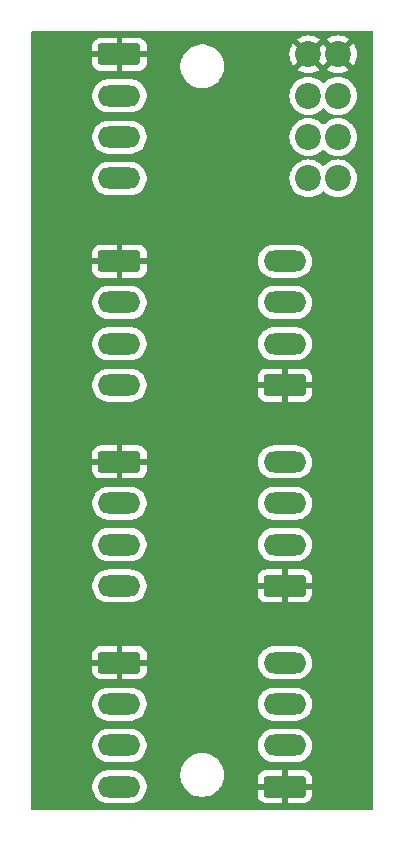
<source format=gbr>
%TF.GenerationSoftware,KiCad,Pcbnew,8.0.2*%
%TF.CreationDate,2024-09-06T00:12:24+02:00*%
%TF.ProjectId,splitX_pluggable_4p,73706c69-7458-45f7-906c-75676761626c,rev?*%
%TF.SameCoordinates,Original*%
%TF.FileFunction,Copper,L1,Top*%
%TF.FilePolarity,Positive*%
%FSLAX46Y46*%
G04 Gerber Fmt 4.6, Leading zero omitted, Abs format (unit mm)*
G04 Created by KiCad (PCBNEW 8.0.2) date 2024-09-06 00:12:24*
%MOMM*%
%LPD*%
G01*
G04 APERTURE LIST*
G04 Aperture macros list*
%AMRoundRect*
0 Rectangle with rounded corners*
0 $1 Rounding radius*
0 $2 $3 $4 $5 $6 $7 $8 $9 X,Y pos of 4 corners*
0 Add a 4 corners polygon primitive as box body*
4,1,4,$2,$3,$4,$5,$6,$7,$8,$9,$2,$3,0*
0 Add four circle primitives for the rounded corners*
1,1,$1+$1,$2,$3*
1,1,$1+$1,$4,$5*
1,1,$1+$1,$6,$7*
1,1,$1+$1,$8,$9*
0 Add four rect primitives between the rounded corners*
20,1,$1+$1,$2,$3,$4,$5,0*
20,1,$1+$1,$4,$5,$6,$7,0*
20,1,$1+$1,$6,$7,$8,$9,0*
20,1,$1+$1,$8,$9,$2,$3,0*%
G04 Aperture macros list end*
%TA.AperFunction,ComponentPad*%
%ADD10RoundRect,0.250000X-1.550000X0.650000X-1.550000X-0.650000X1.550000X-0.650000X1.550000X0.650000X0*%
%TD*%
%TA.AperFunction,ComponentPad*%
%ADD11O,3.600000X1.800000*%
%TD*%
%TA.AperFunction,ComponentPad*%
%ADD12RoundRect,0.250000X1.550000X-0.650000X1.550000X0.650000X-1.550000X0.650000X-1.550000X-0.650000X0*%
%TD*%
%TA.AperFunction,ComponentPad*%
%ADD13C,2.200000*%
%TD*%
G04 APERTURE END LIST*
D10*
%TO.P,J108,1,Pin_1*%
%TO.N,/A*%
X91000000Y-99000000D03*
D11*
%TO.P,J108,2,Pin_2*%
%TO.N,/B*%
X91000000Y-102500000D03*
%TO.P,J108,3,Pin_3*%
%TO.N,/C*%
X91000000Y-106000000D03*
%TO.P,J108,4,Pin_4*%
%TO.N,/D*%
X91000000Y-109500000D03*
%TD*%
D12*
%TO.P,J107,1,Pin_1*%
%TO.N,/A*%
X105000000Y-109500000D03*
D11*
%TO.P,J107,2,Pin_2*%
%TO.N,/B*%
X105000000Y-106000000D03*
%TO.P,J107,3,Pin_3*%
%TO.N,/C*%
X105000000Y-102500000D03*
%TO.P,J107,4,Pin_4*%
%TO.N,/D*%
X105000000Y-99000000D03*
%TD*%
D10*
%TO.P,J106,1,Pin_1*%
%TO.N,/A*%
X91000000Y-82000000D03*
D11*
%TO.P,J106,2,Pin_2*%
%TO.N,/B*%
X91000000Y-85500000D03*
%TO.P,J106,3,Pin_3*%
%TO.N,/C*%
X91000000Y-89000000D03*
%TO.P,J106,4,Pin_4*%
%TO.N,/D*%
X91000000Y-92500000D03*
%TD*%
D10*
%TO.P,J105,1,Pin_1*%
%TO.N,/A*%
X91000000Y-47500000D03*
D11*
%TO.P,J105,2,Pin_2*%
%TO.N,/B*%
X91000000Y-51000000D03*
%TO.P,J105,3,Pin_3*%
%TO.N,/C*%
X91000000Y-54500000D03*
%TO.P,J105,4,Pin_4*%
%TO.N,/D*%
X91000000Y-58000000D03*
%TD*%
D13*
%TO.P,J104,1,Pin_1*%
%TO.N,/D*%
X107000000Y-58000000D03*
X109500000Y-58000000D03*
%TO.P,J104,2,Pin_2*%
%TO.N,/C*%
X107000000Y-54500000D03*
X109500000Y-54500000D03*
%TO.P,J104,3,Pin_3*%
%TO.N,/B*%
X107000000Y-51000000D03*
X109500000Y-51000000D03*
%TO.P,J104,4,Pin_4*%
%TO.N,/A*%
X107000000Y-47500000D03*
X109500000Y-47500000D03*
%TD*%
D12*
%TO.P,J103,1,Pin_1*%
%TO.N,/A*%
X105000000Y-92500000D03*
D11*
%TO.P,J103,2,Pin_2*%
%TO.N,/B*%
X105000000Y-89000000D03*
%TO.P,J103,3,Pin_3*%
%TO.N,/C*%
X105000000Y-85500000D03*
%TO.P,J103,4,Pin_4*%
%TO.N,/D*%
X105000000Y-82000000D03*
%TD*%
D12*
%TO.P,J102,1,Pin_1*%
%TO.N,/A*%
X105000000Y-75500000D03*
D11*
%TO.P,J102,2,Pin_2*%
%TO.N,/B*%
X105000000Y-72000000D03*
%TO.P,J102,3,Pin_3*%
%TO.N,/C*%
X105000000Y-68500000D03*
%TO.P,J102,4,Pin_4*%
%TO.N,/D*%
X105000000Y-65000000D03*
%TD*%
D10*
%TO.P,J101,1,Pin_1*%
%TO.N,/A*%
X91000000Y-65000000D03*
D11*
%TO.P,J101,2,Pin_2*%
%TO.N,/B*%
X91000000Y-68500000D03*
%TO.P,J101,3,Pin_3*%
%TO.N,/C*%
X91000000Y-72000000D03*
%TO.P,J101,4,Pin_4*%
%TO.N,/D*%
X91000000Y-75500000D03*
%TD*%
%TA.AperFunction,Conductor*%
%TO.N,/A*%
G36*
X112442539Y-45520185D02*
G01*
X112488294Y-45572989D01*
X112499500Y-45624500D01*
X112499500Y-111375500D01*
X112479815Y-111442539D01*
X112427011Y-111488294D01*
X112375500Y-111499500D01*
X83624500Y-111499500D01*
X83557461Y-111479815D01*
X83511706Y-111427011D01*
X83500500Y-111375500D01*
X83500500Y-109389778D01*
X88699500Y-109389778D01*
X88699500Y-109610221D01*
X88733985Y-109827952D01*
X88802103Y-110037603D01*
X88802104Y-110037606D01*
X88902187Y-110234025D01*
X89031752Y-110412358D01*
X89031756Y-110412363D01*
X89187636Y-110568243D01*
X89187641Y-110568247D01*
X89256596Y-110618345D01*
X89365978Y-110697815D01*
X89494375Y-110763237D01*
X89562393Y-110797895D01*
X89562396Y-110797896D01*
X89667221Y-110831955D01*
X89772049Y-110866015D01*
X89989778Y-110900500D01*
X89989779Y-110900500D01*
X92010221Y-110900500D01*
X92010222Y-110900500D01*
X92227951Y-110866015D01*
X92437606Y-110797895D01*
X92634022Y-110697815D01*
X92812365Y-110568242D01*
X92968242Y-110412365D01*
X93097815Y-110234022D01*
X93197895Y-110037606D01*
X93266015Y-109827951D01*
X93300500Y-109610222D01*
X93300500Y-109389778D01*
X93266015Y-109172049D01*
X93231955Y-109067221D01*
X93197896Y-108962396D01*
X93197895Y-108962393D01*
X93163237Y-108894375D01*
X93097815Y-108765978D01*
X93081260Y-108743192D01*
X92968247Y-108587641D01*
X92968243Y-108587636D01*
X92812363Y-108431756D01*
X92812358Y-108431752D01*
X92739352Y-108378711D01*
X96149500Y-108378711D01*
X96149500Y-108621288D01*
X96181161Y-108861785D01*
X96243947Y-109096104D01*
X96336773Y-109320205D01*
X96336776Y-109320212D01*
X96458064Y-109530289D01*
X96458066Y-109530292D01*
X96458067Y-109530293D01*
X96605733Y-109722736D01*
X96605739Y-109722743D01*
X96777256Y-109894260D01*
X96777262Y-109894265D01*
X96969711Y-110041936D01*
X97179788Y-110163224D01*
X97403900Y-110256054D01*
X97638211Y-110318838D01*
X97818586Y-110342584D01*
X97878711Y-110350500D01*
X97878712Y-110350500D01*
X98121289Y-110350500D01*
X98169388Y-110344167D01*
X98361789Y-110318838D01*
X98596100Y-110256054D01*
X98820212Y-110163224D01*
X99030289Y-110041936D01*
X99222738Y-109894265D01*
X99394265Y-109722738D01*
X99541936Y-109530289D01*
X99663224Y-109320212D01*
X99756054Y-109096100D01*
X99818838Y-108861789D01*
X99826971Y-108800013D01*
X102700000Y-108800013D01*
X102700000Y-109250000D01*
X104451518Y-109250000D01*
X104440889Y-109268409D01*
X104400000Y-109421009D01*
X104400000Y-109578991D01*
X104440889Y-109731591D01*
X104451518Y-109750000D01*
X102700001Y-109750000D01*
X102700001Y-110199986D01*
X102710494Y-110302697D01*
X102765641Y-110469119D01*
X102765643Y-110469124D01*
X102857684Y-110618345D01*
X102981654Y-110742315D01*
X103130875Y-110834356D01*
X103130880Y-110834358D01*
X103297302Y-110889505D01*
X103297309Y-110889506D01*
X103400019Y-110899999D01*
X104749999Y-110899999D01*
X104750000Y-110899998D01*
X104750000Y-110048482D01*
X104768409Y-110059111D01*
X104921009Y-110100000D01*
X105078991Y-110100000D01*
X105231591Y-110059111D01*
X105250000Y-110048482D01*
X105250000Y-110899999D01*
X106599972Y-110899999D01*
X106599986Y-110899998D01*
X106702697Y-110889505D01*
X106869119Y-110834358D01*
X106869124Y-110834356D01*
X107018345Y-110742315D01*
X107142315Y-110618345D01*
X107234356Y-110469124D01*
X107234358Y-110469119D01*
X107289505Y-110302697D01*
X107289506Y-110302690D01*
X107299999Y-110199986D01*
X107300000Y-110199973D01*
X107300000Y-109750000D01*
X105548482Y-109750000D01*
X105559111Y-109731591D01*
X105600000Y-109578991D01*
X105600000Y-109421009D01*
X105559111Y-109268409D01*
X105548482Y-109250000D01*
X107299999Y-109250000D01*
X107299999Y-108800028D01*
X107299998Y-108800013D01*
X107289505Y-108697302D01*
X107234358Y-108530880D01*
X107234356Y-108530875D01*
X107142315Y-108381654D01*
X107018345Y-108257684D01*
X106869124Y-108165643D01*
X106869119Y-108165641D01*
X106702697Y-108110494D01*
X106702690Y-108110493D01*
X106599986Y-108100000D01*
X105250000Y-108100000D01*
X105250000Y-108951517D01*
X105231591Y-108940889D01*
X105078991Y-108900000D01*
X104921009Y-108900000D01*
X104768409Y-108940889D01*
X104750000Y-108951517D01*
X104750000Y-108100000D01*
X103400028Y-108100000D01*
X103400012Y-108100001D01*
X103297302Y-108110494D01*
X103130880Y-108165641D01*
X103130875Y-108165643D01*
X102981654Y-108257684D01*
X102857684Y-108381654D01*
X102765643Y-108530875D01*
X102765641Y-108530880D01*
X102710494Y-108697302D01*
X102710493Y-108697309D01*
X102700000Y-108800013D01*
X99826971Y-108800013D01*
X99850500Y-108621288D01*
X99850500Y-108378712D01*
X99818838Y-108138211D01*
X99756054Y-107903900D01*
X99663224Y-107679788D01*
X99541936Y-107469711D01*
X99394265Y-107277262D01*
X99394260Y-107277256D01*
X99222743Y-107105739D01*
X99222736Y-107105733D01*
X99030293Y-106958067D01*
X99030292Y-106958066D01*
X99030289Y-106958064D01*
X98820212Y-106836776D01*
X98820205Y-106836773D01*
X98596104Y-106743947D01*
X98361785Y-106681161D01*
X98121289Y-106649500D01*
X98121288Y-106649500D01*
X97878712Y-106649500D01*
X97878711Y-106649500D01*
X97638214Y-106681161D01*
X97403895Y-106743947D01*
X97179794Y-106836773D01*
X97179785Y-106836777D01*
X96969706Y-106958067D01*
X96777263Y-107105733D01*
X96777256Y-107105739D01*
X96605739Y-107277256D01*
X96605733Y-107277263D01*
X96458067Y-107469706D01*
X96336777Y-107679785D01*
X96336773Y-107679794D01*
X96243947Y-107903895D01*
X96181161Y-108138214D01*
X96149500Y-108378711D01*
X92739352Y-108378711D01*
X92634025Y-108302187D01*
X92634024Y-108302186D01*
X92634022Y-108302185D01*
X92546685Y-108257684D01*
X92437606Y-108202104D01*
X92437603Y-108202103D01*
X92227952Y-108133985D01*
X92079635Y-108110494D01*
X92010222Y-108099500D01*
X89989778Y-108099500D01*
X89920371Y-108110493D01*
X89772047Y-108133985D01*
X89562396Y-108202103D01*
X89562393Y-108202104D01*
X89365974Y-108302187D01*
X89187641Y-108431752D01*
X89187636Y-108431756D01*
X89031756Y-108587636D01*
X89031752Y-108587641D01*
X88902187Y-108765974D01*
X88802104Y-108962393D01*
X88802103Y-108962396D01*
X88733985Y-109172047D01*
X88699500Y-109389778D01*
X83500500Y-109389778D01*
X83500500Y-105889778D01*
X88699500Y-105889778D01*
X88699500Y-106110221D01*
X88733985Y-106327952D01*
X88802103Y-106537603D01*
X88802104Y-106537606D01*
X88902187Y-106734025D01*
X89031752Y-106912358D01*
X89031756Y-106912363D01*
X89187636Y-107068243D01*
X89187641Y-107068247D01*
X89343192Y-107181260D01*
X89365978Y-107197815D01*
X89494375Y-107263237D01*
X89562393Y-107297895D01*
X89562396Y-107297896D01*
X89667221Y-107331955D01*
X89772049Y-107366015D01*
X89989778Y-107400500D01*
X89989779Y-107400500D01*
X92010221Y-107400500D01*
X92010222Y-107400500D01*
X92227951Y-107366015D01*
X92437606Y-107297895D01*
X92634022Y-107197815D01*
X92812365Y-107068242D01*
X92968242Y-106912365D01*
X93097815Y-106734022D01*
X93197895Y-106537606D01*
X93266015Y-106327951D01*
X93300500Y-106110222D01*
X93300500Y-105889778D01*
X102699500Y-105889778D01*
X102699500Y-106110221D01*
X102733985Y-106327952D01*
X102802103Y-106537603D01*
X102802104Y-106537606D01*
X102902187Y-106734025D01*
X103031752Y-106912358D01*
X103031756Y-106912363D01*
X103187636Y-107068243D01*
X103187641Y-107068247D01*
X103343192Y-107181260D01*
X103365978Y-107197815D01*
X103494375Y-107263237D01*
X103562393Y-107297895D01*
X103562396Y-107297896D01*
X103667221Y-107331955D01*
X103772049Y-107366015D01*
X103989778Y-107400500D01*
X103989779Y-107400500D01*
X106010221Y-107400500D01*
X106010222Y-107400500D01*
X106227951Y-107366015D01*
X106437606Y-107297895D01*
X106634022Y-107197815D01*
X106812365Y-107068242D01*
X106968242Y-106912365D01*
X107097815Y-106734022D01*
X107197895Y-106537606D01*
X107266015Y-106327951D01*
X107300500Y-106110222D01*
X107300500Y-105889778D01*
X107266015Y-105672049D01*
X107197895Y-105462394D01*
X107197895Y-105462393D01*
X107163237Y-105394375D01*
X107097815Y-105265978D01*
X107081260Y-105243192D01*
X106968247Y-105087641D01*
X106968243Y-105087636D01*
X106812363Y-104931756D01*
X106812358Y-104931752D01*
X106634025Y-104802187D01*
X106634024Y-104802186D01*
X106634022Y-104802185D01*
X106571096Y-104770122D01*
X106437606Y-104702104D01*
X106437603Y-104702103D01*
X106227952Y-104633985D01*
X106119086Y-104616742D01*
X106010222Y-104599500D01*
X103989778Y-104599500D01*
X103917201Y-104610995D01*
X103772047Y-104633985D01*
X103562396Y-104702103D01*
X103562393Y-104702104D01*
X103365974Y-104802187D01*
X103187641Y-104931752D01*
X103187636Y-104931756D01*
X103031756Y-105087636D01*
X103031752Y-105087641D01*
X102902187Y-105265974D01*
X102802104Y-105462393D01*
X102802103Y-105462396D01*
X102733985Y-105672047D01*
X102699500Y-105889778D01*
X93300500Y-105889778D01*
X93266015Y-105672049D01*
X93197895Y-105462394D01*
X93197895Y-105462393D01*
X93163237Y-105394375D01*
X93097815Y-105265978D01*
X93081260Y-105243192D01*
X92968247Y-105087641D01*
X92968243Y-105087636D01*
X92812363Y-104931756D01*
X92812358Y-104931752D01*
X92634025Y-104802187D01*
X92634024Y-104802186D01*
X92634022Y-104802185D01*
X92571096Y-104770122D01*
X92437606Y-104702104D01*
X92437603Y-104702103D01*
X92227952Y-104633985D01*
X92119086Y-104616742D01*
X92010222Y-104599500D01*
X89989778Y-104599500D01*
X89917201Y-104610995D01*
X89772047Y-104633985D01*
X89562396Y-104702103D01*
X89562393Y-104702104D01*
X89365974Y-104802187D01*
X89187641Y-104931752D01*
X89187636Y-104931756D01*
X89031756Y-105087636D01*
X89031752Y-105087641D01*
X88902187Y-105265974D01*
X88802104Y-105462393D01*
X88802103Y-105462396D01*
X88733985Y-105672047D01*
X88699500Y-105889778D01*
X83500500Y-105889778D01*
X83500500Y-102389778D01*
X88699500Y-102389778D01*
X88699500Y-102610221D01*
X88733985Y-102827952D01*
X88802103Y-103037603D01*
X88802104Y-103037606D01*
X88902187Y-103234025D01*
X89031752Y-103412358D01*
X89031756Y-103412363D01*
X89187636Y-103568243D01*
X89187641Y-103568247D01*
X89343192Y-103681260D01*
X89365978Y-103697815D01*
X89494375Y-103763237D01*
X89562393Y-103797895D01*
X89562396Y-103797896D01*
X89667221Y-103831955D01*
X89772049Y-103866015D01*
X89989778Y-103900500D01*
X89989779Y-103900500D01*
X92010221Y-103900500D01*
X92010222Y-103900500D01*
X92227951Y-103866015D01*
X92437606Y-103797895D01*
X92634022Y-103697815D01*
X92812365Y-103568242D01*
X92968242Y-103412365D01*
X93097815Y-103234022D01*
X93197895Y-103037606D01*
X93266015Y-102827951D01*
X93300500Y-102610222D01*
X93300500Y-102389778D01*
X102699500Y-102389778D01*
X102699500Y-102610221D01*
X102733985Y-102827952D01*
X102802103Y-103037603D01*
X102802104Y-103037606D01*
X102902187Y-103234025D01*
X103031752Y-103412358D01*
X103031756Y-103412363D01*
X103187636Y-103568243D01*
X103187641Y-103568247D01*
X103343192Y-103681260D01*
X103365978Y-103697815D01*
X103494375Y-103763237D01*
X103562393Y-103797895D01*
X103562396Y-103797896D01*
X103667221Y-103831955D01*
X103772049Y-103866015D01*
X103989778Y-103900500D01*
X103989779Y-103900500D01*
X106010221Y-103900500D01*
X106010222Y-103900500D01*
X106227951Y-103866015D01*
X106437606Y-103797895D01*
X106634022Y-103697815D01*
X106812365Y-103568242D01*
X106968242Y-103412365D01*
X107097815Y-103234022D01*
X107197895Y-103037606D01*
X107266015Y-102827951D01*
X107300500Y-102610222D01*
X107300500Y-102389778D01*
X107266015Y-102172049D01*
X107197895Y-101962394D01*
X107197895Y-101962393D01*
X107163237Y-101894375D01*
X107097815Y-101765978D01*
X107081260Y-101743192D01*
X106968247Y-101587641D01*
X106968243Y-101587636D01*
X106812363Y-101431756D01*
X106812358Y-101431752D01*
X106634025Y-101302187D01*
X106634024Y-101302186D01*
X106634022Y-101302185D01*
X106571096Y-101270122D01*
X106437606Y-101202104D01*
X106437603Y-101202103D01*
X106227952Y-101133985D01*
X106119086Y-101116742D01*
X106010222Y-101099500D01*
X103989778Y-101099500D01*
X103917201Y-101110995D01*
X103772047Y-101133985D01*
X103562396Y-101202103D01*
X103562393Y-101202104D01*
X103365974Y-101302187D01*
X103187641Y-101431752D01*
X103187636Y-101431756D01*
X103031756Y-101587636D01*
X103031752Y-101587641D01*
X102902187Y-101765974D01*
X102802104Y-101962393D01*
X102802103Y-101962396D01*
X102733985Y-102172047D01*
X102699500Y-102389778D01*
X93300500Y-102389778D01*
X93266015Y-102172049D01*
X93197895Y-101962394D01*
X93197895Y-101962393D01*
X93163237Y-101894375D01*
X93097815Y-101765978D01*
X93081260Y-101743192D01*
X92968247Y-101587641D01*
X92968243Y-101587636D01*
X92812363Y-101431756D01*
X92812358Y-101431752D01*
X92634025Y-101302187D01*
X92634024Y-101302186D01*
X92634022Y-101302185D01*
X92571096Y-101270122D01*
X92437606Y-101202104D01*
X92437603Y-101202103D01*
X92227952Y-101133985D01*
X92119086Y-101116742D01*
X92010222Y-101099500D01*
X89989778Y-101099500D01*
X89917201Y-101110995D01*
X89772047Y-101133985D01*
X89562396Y-101202103D01*
X89562393Y-101202104D01*
X89365974Y-101302187D01*
X89187641Y-101431752D01*
X89187636Y-101431756D01*
X89031756Y-101587636D01*
X89031752Y-101587641D01*
X88902187Y-101765974D01*
X88802104Y-101962393D01*
X88802103Y-101962396D01*
X88733985Y-102172047D01*
X88699500Y-102389778D01*
X83500500Y-102389778D01*
X83500500Y-98300013D01*
X88700000Y-98300013D01*
X88700000Y-98750000D01*
X90451518Y-98750000D01*
X90440889Y-98768409D01*
X90400000Y-98921009D01*
X90400000Y-99078991D01*
X90440889Y-99231591D01*
X90451518Y-99250000D01*
X88700001Y-99250000D01*
X88700001Y-99699986D01*
X88710494Y-99802697D01*
X88765641Y-99969119D01*
X88765643Y-99969124D01*
X88857684Y-100118345D01*
X88981654Y-100242315D01*
X89130875Y-100334356D01*
X89130880Y-100334358D01*
X89297302Y-100389505D01*
X89297309Y-100389506D01*
X89400019Y-100399999D01*
X90749999Y-100399999D01*
X90750000Y-100399998D01*
X90750000Y-99548482D01*
X90768409Y-99559111D01*
X90921009Y-99600000D01*
X91078991Y-99600000D01*
X91231591Y-99559111D01*
X91250000Y-99548482D01*
X91250000Y-100399999D01*
X92599972Y-100399999D01*
X92599986Y-100399998D01*
X92702697Y-100389505D01*
X92869119Y-100334358D01*
X92869124Y-100334356D01*
X93018345Y-100242315D01*
X93142315Y-100118345D01*
X93234356Y-99969124D01*
X93234358Y-99969119D01*
X93289505Y-99802697D01*
X93289506Y-99802690D01*
X93299999Y-99699986D01*
X93300000Y-99699973D01*
X93300000Y-99250000D01*
X91548482Y-99250000D01*
X91559111Y-99231591D01*
X91600000Y-99078991D01*
X91600000Y-98921009D01*
X91591632Y-98889778D01*
X102699500Y-98889778D01*
X102699500Y-99110221D01*
X102733985Y-99327952D01*
X102802103Y-99537603D01*
X102802104Y-99537606D01*
X102902187Y-99734025D01*
X103031752Y-99912358D01*
X103031756Y-99912363D01*
X103187636Y-100068243D01*
X103187641Y-100068247D01*
X103256596Y-100118345D01*
X103365978Y-100197815D01*
X103494375Y-100263237D01*
X103562393Y-100297895D01*
X103562396Y-100297896D01*
X103667221Y-100331955D01*
X103772049Y-100366015D01*
X103989778Y-100400500D01*
X103989779Y-100400500D01*
X106010221Y-100400500D01*
X106010222Y-100400500D01*
X106227951Y-100366015D01*
X106437606Y-100297895D01*
X106634022Y-100197815D01*
X106812365Y-100068242D01*
X106968242Y-99912365D01*
X107097815Y-99734022D01*
X107197895Y-99537606D01*
X107266015Y-99327951D01*
X107300500Y-99110222D01*
X107300500Y-98889778D01*
X107266015Y-98672049D01*
X107231955Y-98567221D01*
X107197896Y-98462396D01*
X107197895Y-98462393D01*
X107163237Y-98394375D01*
X107097815Y-98265978D01*
X107081260Y-98243192D01*
X106968247Y-98087641D01*
X106968243Y-98087636D01*
X106812363Y-97931756D01*
X106812358Y-97931752D01*
X106634025Y-97802187D01*
X106634024Y-97802186D01*
X106634022Y-97802185D01*
X106546685Y-97757684D01*
X106437606Y-97702104D01*
X106437603Y-97702103D01*
X106227952Y-97633985D01*
X106079635Y-97610494D01*
X106010222Y-97599500D01*
X103989778Y-97599500D01*
X103920371Y-97610493D01*
X103772047Y-97633985D01*
X103562396Y-97702103D01*
X103562393Y-97702104D01*
X103365974Y-97802187D01*
X103187641Y-97931752D01*
X103187636Y-97931756D01*
X103031756Y-98087636D01*
X103031752Y-98087641D01*
X102902187Y-98265974D01*
X102802104Y-98462393D01*
X102802103Y-98462396D01*
X102733985Y-98672047D01*
X102699500Y-98889778D01*
X91591632Y-98889778D01*
X91559111Y-98768409D01*
X91548482Y-98750000D01*
X93299999Y-98750000D01*
X93299999Y-98300028D01*
X93299998Y-98300013D01*
X93289505Y-98197302D01*
X93234358Y-98030880D01*
X93234356Y-98030875D01*
X93142315Y-97881654D01*
X93018345Y-97757684D01*
X92869124Y-97665643D01*
X92869119Y-97665641D01*
X92702697Y-97610494D01*
X92702690Y-97610493D01*
X92599986Y-97600000D01*
X91250000Y-97600000D01*
X91250000Y-98451517D01*
X91231591Y-98440889D01*
X91078991Y-98400000D01*
X90921009Y-98400000D01*
X90768409Y-98440889D01*
X90750000Y-98451517D01*
X90750000Y-97600000D01*
X89400028Y-97600000D01*
X89400012Y-97600001D01*
X89297302Y-97610494D01*
X89130880Y-97665641D01*
X89130875Y-97665643D01*
X88981654Y-97757684D01*
X88857684Y-97881654D01*
X88765643Y-98030875D01*
X88765641Y-98030880D01*
X88710494Y-98197302D01*
X88710493Y-98197309D01*
X88700000Y-98300013D01*
X83500500Y-98300013D01*
X83500500Y-92389778D01*
X88699500Y-92389778D01*
X88699500Y-92610221D01*
X88733985Y-92827952D01*
X88802103Y-93037603D01*
X88802104Y-93037606D01*
X88902187Y-93234025D01*
X89031752Y-93412358D01*
X89031756Y-93412363D01*
X89187636Y-93568243D01*
X89187641Y-93568247D01*
X89256596Y-93618345D01*
X89365978Y-93697815D01*
X89494375Y-93763237D01*
X89562393Y-93797895D01*
X89562396Y-93797896D01*
X89667221Y-93831955D01*
X89772049Y-93866015D01*
X89989778Y-93900500D01*
X89989779Y-93900500D01*
X92010221Y-93900500D01*
X92010222Y-93900500D01*
X92227951Y-93866015D01*
X92437606Y-93797895D01*
X92634022Y-93697815D01*
X92812365Y-93568242D01*
X92968242Y-93412365D01*
X93097815Y-93234022D01*
X93197895Y-93037606D01*
X93266015Y-92827951D01*
X93300500Y-92610222D01*
X93300500Y-92389778D01*
X93266015Y-92172049D01*
X93231955Y-92067221D01*
X93197896Y-91962396D01*
X93197895Y-91962393D01*
X93163237Y-91894375D01*
X93115157Y-91800013D01*
X102700000Y-91800013D01*
X102700000Y-92250000D01*
X104451518Y-92250000D01*
X104440889Y-92268409D01*
X104400000Y-92421009D01*
X104400000Y-92578991D01*
X104440889Y-92731591D01*
X104451518Y-92750000D01*
X102700001Y-92750000D01*
X102700001Y-93199986D01*
X102710494Y-93302697D01*
X102765641Y-93469119D01*
X102765643Y-93469124D01*
X102857684Y-93618345D01*
X102981654Y-93742315D01*
X103130875Y-93834356D01*
X103130880Y-93834358D01*
X103297302Y-93889505D01*
X103297309Y-93889506D01*
X103400019Y-93899999D01*
X104749999Y-93899999D01*
X104750000Y-93899998D01*
X104750000Y-93048482D01*
X104768409Y-93059111D01*
X104921009Y-93100000D01*
X105078991Y-93100000D01*
X105231591Y-93059111D01*
X105250000Y-93048482D01*
X105250000Y-93899999D01*
X106599972Y-93899999D01*
X106599986Y-93899998D01*
X106702697Y-93889505D01*
X106869119Y-93834358D01*
X106869124Y-93834356D01*
X107018345Y-93742315D01*
X107142315Y-93618345D01*
X107234356Y-93469124D01*
X107234358Y-93469119D01*
X107289505Y-93302697D01*
X107289506Y-93302690D01*
X107299999Y-93199986D01*
X107300000Y-93199973D01*
X107300000Y-92750000D01*
X105548482Y-92750000D01*
X105559111Y-92731591D01*
X105600000Y-92578991D01*
X105600000Y-92421009D01*
X105559111Y-92268409D01*
X105548482Y-92250000D01*
X107299999Y-92250000D01*
X107299999Y-91800028D01*
X107299998Y-91800013D01*
X107289505Y-91697302D01*
X107234358Y-91530880D01*
X107234356Y-91530875D01*
X107142315Y-91381654D01*
X107018345Y-91257684D01*
X106869124Y-91165643D01*
X106869119Y-91165641D01*
X106702697Y-91110494D01*
X106702690Y-91110493D01*
X106599986Y-91100000D01*
X105250000Y-91100000D01*
X105250000Y-91951517D01*
X105231591Y-91940889D01*
X105078991Y-91900000D01*
X104921009Y-91900000D01*
X104768409Y-91940889D01*
X104750000Y-91951517D01*
X104750000Y-91100000D01*
X103400028Y-91100000D01*
X103400012Y-91100001D01*
X103297302Y-91110494D01*
X103130880Y-91165641D01*
X103130875Y-91165643D01*
X102981654Y-91257684D01*
X102857684Y-91381654D01*
X102765643Y-91530875D01*
X102765641Y-91530880D01*
X102710494Y-91697302D01*
X102710493Y-91697309D01*
X102700000Y-91800013D01*
X93115157Y-91800013D01*
X93097815Y-91765978D01*
X93081260Y-91743192D01*
X92968247Y-91587641D01*
X92968243Y-91587636D01*
X92812363Y-91431756D01*
X92812358Y-91431752D01*
X92634025Y-91302187D01*
X92634024Y-91302186D01*
X92634022Y-91302185D01*
X92546685Y-91257684D01*
X92437606Y-91202104D01*
X92437603Y-91202103D01*
X92227952Y-91133985D01*
X92079635Y-91110494D01*
X92010222Y-91099500D01*
X89989778Y-91099500D01*
X89920371Y-91110493D01*
X89772047Y-91133985D01*
X89562396Y-91202103D01*
X89562393Y-91202104D01*
X89365974Y-91302187D01*
X89187641Y-91431752D01*
X89187636Y-91431756D01*
X89031756Y-91587636D01*
X89031752Y-91587641D01*
X88902187Y-91765974D01*
X88802104Y-91962393D01*
X88802103Y-91962396D01*
X88733985Y-92172047D01*
X88699500Y-92389778D01*
X83500500Y-92389778D01*
X83500500Y-88889778D01*
X88699500Y-88889778D01*
X88699500Y-89110221D01*
X88733985Y-89327952D01*
X88802103Y-89537603D01*
X88802104Y-89537606D01*
X88902187Y-89734025D01*
X89031752Y-89912358D01*
X89031756Y-89912363D01*
X89187636Y-90068243D01*
X89187641Y-90068247D01*
X89343192Y-90181260D01*
X89365978Y-90197815D01*
X89494375Y-90263237D01*
X89562393Y-90297895D01*
X89562396Y-90297896D01*
X89667221Y-90331955D01*
X89772049Y-90366015D01*
X89989778Y-90400500D01*
X89989779Y-90400500D01*
X92010221Y-90400500D01*
X92010222Y-90400500D01*
X92227951Y-90366015D01*
X92437606Y-90297895D01*
X92634022Y-90197815D01*
X92812365Y-90068242D01*
X92968242Y-89912365D01*
X93097815Y-89734022D01*
X93197895Y-89537606D01*
X93266015Y-89327951D01*
X93300500Y-89110222D01*
X93300500Y-88889778D01*
X102699500Y-88889778D01*
X102699500Y-89110221D01*
X102733985Y-89327952D01*
X102802103Y-89537603D01*
X102802104Y-89537606D01*
X102902187Y-89734025D01*
X103031752Y-89912358D01*
X103031756Y-89912363D01*
X103187636Y-90068243D01*
X103187641Y-90068247D01*
X103343192Y-90181260D01*
X103365978Y-90197815D01*
X103494375Y-90263237D01*
X103562393Y-90297895D01*
X103562396Y-90297896D01*
X103667221Y-90331955D01*
X103772049Y-90366015D01*
X103989778Y-90400500D01*
X103989779Y-90400500D01*
X106010221Y-90400500D01*
X106010222Y-90400500D01*
X106227951Y-90366015D01*
X106437606Y-90297895D01*
X106634022Y-90197815D01*
X106812365Y-90068242D01*
X106968242Y-89912365D01*
X107097815Y-89734022D01*
X107197895Y-89537606D01*
X107266015Y-89327951D01*
X107300500Y-89110222D01*
X107300500Y-88889778D01*
X107266015Y-88672049D01*
X107197895Y-88462394D01*
X107197895Y-88462393D01*
X107163237Y-88394375D01*
X107097815Y-88265978D01*
X107081260Y-88243192D01*
X106968247Y-88087641D01*
X106968243Y-88087636D01*
X106812363Y-87931756D01*
X106812358Y-87931752D01*
X106634025Y-87802187D01*
X106634024Y-87802186D01*
X106634022Y-87802185D01*
X106571096Y-87770122D01*
X106437606Y-87702104D01*
X106437603Y-87702103D01*
X106227952Y-87633985D01*
X106119086Y-87616742D01*
X106010222Y-87599500D01*
X103989778Y-87599500D01*
X103917201Y-87610995D01*
X103772047Y-87633985D01*
X103562396Y-87702103D01*
X103562393Y-87702104D01*
X103365974Y-87802187D01*
X103187641Y-87931752D01*
X103187636Y-87931756D01*
X103031756Y-88087636D01*
X103031752Y-88087641D01*
X102902187Y-88265974D01*
X102802104Y-88462393D01*
X102802103Y-88462396D01*
X102733985Y-88672047D01*
X102699500Y-88889778D01*
X93300500Y-88889778D01*
X93266015Y-88672049D01*
X93197895Y-88462394D01*
X93197895Y-88462393D01*
X93163237Y-88394375D01*
X93097815Y-88265978D01*
X93081260Y-88243192D01*
X92968247Y-88087641D01*
X92968243Y-88087636D01*
X92812363Y-87931756D01*
X92812358Y-87931752D01*
X92634025Y-87802187D01*
X92634024Y-87802186D01*
X92634022Y-87802185D01*
X92571096Y-87770122D01*
X92437606Y-87702104D01*
X92437603Y-87702103D01*
X92227952Y-87633985D01*
X92119086Y-87616742D01*
X92010222Y-87599500D01*
X89989778Y-87599500D01*
X89917201Y-87610995D01*
X89772047Y-87633985D01*
X89562396Y-87702103D01*
X89562393Y-87702104D01*
X89365974Y-87802187D01*
X89187641Y-87931752D01*
X89187636Y-87931756D01*
X89031756Y-88087636D01*
X89031752Y-88087641D01*
X88902187Y-88265974D01*
X88802104Y-88462393D01*
X88802103Y-88462396D01*
X88733985Y-88672047D01*
X88699500Y-88889778D01*
X83500500Y-88889778D01*
X83500500Y-85389778D01*
X88699500Y-85389778D01*
X88699500Y-85610221D01*
X88733985Y-85827952D01*
X88802103Y-86037603D01*
X88802104Y-86037606D01*
X88902187Y-86234025D01*
X89031752Y-86412358D01*
X89031756Y-86412363D01*
X89187636Y-86568243D01*
X89187641Y-86568247D01*
X89343192Y-86681260D01*
X89365978Y-86697815D01*
X89494375Y-86763237D01*
X89562393Y-86797895D01*
X89562396Y-86797896D01*
X89667221Y-86831955D01*
X89772049Y-86866015D01*
X89989778Y-86900500D01*
X89989779Y-86900500D01*
X92010221Y-86900500D01*
X92010222Y-86900500D01*
X92227951Y-86866015D01*
X92437606Y-86797895D01*
X92634022Y-86697815D01*
X92812365Y-86568242D01*
X92968242Y-86412365D01*
X93097815Y-86234022D01*
X93197895Y-86037606D01*
X93266015Y-85827951D01*
X93300500Y-85610222D01*
X93300500Y-85389778D01*
X102699500Y-85389778D01*
X102699500Y-85610221D01*
X102733985Y-85827952D01*
X102802103Y-86037603D01*
X102802104Y-86037606D01*
X102902187Y-86234025D01*
X103031752Y-86412358D01*
X103031756Y-86412363D01*
X103187636Y-86568243D01*
X103187641Y-86568247D01*
X103343192Y-86681260D01*
X103365978Y-86697815D01*
X103494375Y-86763237D01*
X103562393Y-86797895D01*
X103562396Y-86797896D01*
X103667221Y-86831955D01*
X103772049Y-86866015D01*
X103989778Y-86900500D01*
X103989779Y-86900500D01*
X106010221Y-86900500D01*
X106010222Y-86900500D01*
X106227951Y-86866015D01*
X106437606Y-86797895D01*
X106634022Y-86697815D01*
X106812365Y-86568242D01*
X106968242Y-86412365D01*
X107097815Y-86234022D01*
X107197895Y-86037606D01*
X107266015Y-85827951D01*
X107300500Y-85610222D01*
X107300500Y-85389778D01*
X107266015Y-85172049D01*
X107197895Y-84962394D01*
X107197895Y-84962393D01*
X107163237Y-84894375D01*
X107097815Y-84765978D01*
X107081260Y-84743192D01*
X106968247Y-84587641D01*
X106968243Y-84587636D01*
X106812363Y-84431756D01*
X106812358Y-84431752D01*
X106634025Y-84302187D01*
X106634024Y-84302186D01*
X106634022Y-84302185D01*
X106571096Y-84270122D01*
X106437606Y-84202104D01*
X106437603Y-84202103D01*
X106227952Y-84133985D01*
X106119086Y-84116742D01*
X106010222Y-84099500D01*
X103989778Y-84099500D01*
X103917201Y-84110995D01*
X103772047Y-84133985D01*
X103562396Y-84202103D01*
X103562393Y-84202104D01*
X103365974Y-84302187D01*
X103187641Y-84431752D01*
X103187636Y-84431756D01*
X103031756Y-84587636D01*
X103031752Y-84587641D01*
X102902187Y-84765974D01*
X102802104Y-84962393D01*
X102802103Y-84962396D01*
X102733985Y-85172047D01*
X102699500Y-85389778D01*
X93300500Y-85389778D01*
X93266015Y-85172049D01*
X93197895Y-84962394D01*
X93197895Y-84962393D01*
X93163237Y-84894375D01*
X93097815Y-84765978D01*
X93081260Y-84743192D01*
X92968247Y-84587641D01*
X92968243Y-84587636D01*
X92812363Y-84431756D01*
X92812358Y-84431752D01*
X92634025Y-84302187D01*
X92634024Y-84302186D01*
X92634022Y-84302185D01*
X92571096Y-84270122D01*
X92437606Y-84202104D01*
X92437603Y-84202103D01*
X92227952Y-84133985D01*
X92119086Y-84116742D01*
X92010222Y-84099500D01*
X89989778Y-84099500D01*
X89917201Y-84110995D01*
X89772047Y-84133985D01*
X89562396Y-84202103D01*
X89562393Y-84202104D01*
X89365974Y-84302187D01*
X89187641Y-84431752D01*
X89187636Y-84431756D01*
X89031756Y-84587636D01*
X89031752Y-84587641D01*
X88902187Y-84765974D01*
X88802104Y-84962393D01*
X88802103Y-84962396D01*
X88733985Y-85172047D01*
X88699500Y-85389778D01*
X83500500Y-85389778D01*
X83500500Y-81300013D01*
X88700000Y-81300013D01*
X88700000Y-81750000D01*
X90451518Y-81750000D01*
X90440889Y-81768409D01*
X90400000Y-81921009D01*
X90400000Y-82078991D01*
X90440889Y-82231591D01*
X90451518Y-82250000D01*
X88700001Y-82250000D01*
X88700001Y-82699986D01*
X88710494Y-82802697D01*
X88765641Y-82969119D01*
X88765643Y-82969124D01*
X88857684Y-83118345D01*
X88981654Y-83242315D01*
X89130875Y-83334356D01*
X89130880Y-83334358D01*
X89297302Y-83389505D01*
X89297309Y-83389506D01*
X89400019Y-83399999D01*
X90749999Y-83399999D01*
X90750000Y-83399998D01*
X90750000Y-82548482D01*
X90768409Y-82559111D01*
X90921009Y-82600000D01*
X91078991Y-82600000D01*
X91231591Y-82559111D01*
X91250000Y-82548482D01*
X91250000Y-83399999D01*
X92599972Y-83399999D01*
X92599986Y-83399998D01*
X92702697Y-83389505D01*
X92869119Y-83334358D01*
X92869124Y-83334356D01*
X93018345Y-83242315D01*
X93142315Y-83118345D01*
X93234356Y-82969124D01*
X93234358Y-82969119D01*
X93289505Y-82802697D01*
X93289506Y-82802690D01*
X93299999Y-82699986D01*
X93300000Y-82699973D01*
X93300000Y-82250000D01*
X91548482Y-82250000D01*
X91559111Y-82231591D01*
X91600000Y-82078991D01*
X91600000Y-81921009D01*
X91591632Y-81889778D01*
X102699500Y-81889778D01*
X102699500Y-82110221D01*
X102733985Y-82327952D01*
X102802103Y-82537603D01*
X102802104Y-82537606D01*
X102902187Y-82734025D01*
X103031752Y-82912358D01*
X103031756Y-82912363D01*
X103187636Y-83068243D01*
X103187641Y-83068247D01*
X103256596Y-83118345D01*
X103365978Y-83197815D01*
X103494375Y-83263237D01*
X103562393Y-83297895D01*
X103562396Y-83297896D01*
X103667221Y-83331955D01*
X103772049Y-83366015D01*
X103989778Y-83400500D01*
X103989779Y-83400500D01*
X106010221Y-83400500D01*
X106010222Y-83400500D01*
X106227951Y-83366015D01*
X106437606Y-83297895D01*
X106634022Y-83197815D01*
X106812365Y-83068242D01*
X106968242Y-82912365D01*
X107097815Y-82734022D01*
X107197895Y-82537606D01*
X107266015Y-82327951D01*
X107300500Y-82110222D01*
X107300500Y-81889778D01*
X107266015Y-81672049D01*
X107231955Y-81567221D01*
X107197896Y-81462396D01*
X107197895Y-81462393D01*
X107163237Y-81394375D01*
X107097815Y-81265978D01*
X107081260Y-81243192D01*
X106968247Y-81087641D01*
X106968243Y-81087636D01*
X106812363Y-80931756D01*
X106812358Y-80931752D01*
X106634025Y-80802187D01*
X106634024Y-80802186D01*
X106634022Y-80802185D01*
X106546685Y-80757684D01*
X106437606Y-80702104D01*
X106437603Y-80702103D01*
X106227952Y-80633985D01*
X106079635Y-80610494D01*
X106010222Y-80599500D01*
X103989778Y-80599500D01*
X103920371Y-80610493D01*
X103772047Y-80633985D01*
X103562396Y-80702103D01*
X103562393Y-80702104D01*
X103365974Y-80802187D01*
X103187641Y-80931752D01*
X103187636Y-80931756D01*
X103031756Y-81087636D01*
X103031752Y-81087641D01*
X102902187Y-81265974D01*
X102802104Y-81462393D01*
X102802103Y-81462396D01*
X102733985Y-81672047D01*
X102699500Y-81889778D01*
X91591632Y-81889778D01*
X91559111Y-81768409D01*
X91548482Y-81750000D01*
X93299999Y-81750000D01*
X93299999Y-81300028D01*
X93299998Y-81300013D01*
X93289505Y-81197302D01*
X93234358Y-81030880D01*
X93234356Y-81030875D01*
X93142315Y-80881654D01*
X93018345Y-80757684D01*
X92869124Y-80665643D01*
X92869119Y-80665641D01*
X92702697Y-80610494D01*
X92702690Y-80610493D01*
X92599986Y-80600000D01*
X91250000Y-80600000D01*
X91250000Y-81451517D01*
X91231591Y-81440889D01*
X91078991Y-81400000D01*
X90921009Y-81400000D01*
X90768409Y-81440889D01*
X90750000Y-81451517D01*
X90750000Y-80600000D01*
X89400028Y-80600000D01*
X89400012Y-80600001D01*
X89297302Y-80610494D01*
X89130880Y-80665641D01*
X89130875Y-80665643D01*
X88981654Y-80757684D01*
X88857684Y-80881654D01*
X88765643Y-81030875D01*
X88765641Y-81030880D01*
X88710494Y-81197302D01*
X88710493Y-81197309D01*
X88700000Y-81300013D01*
X83500500Y-81300013D01*
X83500500Y-75389778D01*
X88699500Y-75389778D01*
X88699500Y-75610221D01*
X88733985Y-75827952D01*
X88802103Y-76037603D01*
X88802104Y-76037606D01*
X88902187Y-76234025D01*
X89031752Y-76412358D01*
X89031756Y-76412363D01*
X89187636Y-76568243D01*
X89187641Y-76568247D01*
X89256596Y-76618345D01*
X89365978Y-76697815D01*
X89494375Y-76763237D01*
X89562393Y-76797895D01*
X89562396Y-76797896D01*
X89667221Y-76831955D01*
X89772049Y-76866015D01*
X89989778Y-76900500D01*
X89989779Y-76900500D01*
X92010221Y-76900500D01*
X92010222Y-76900500D01*
X92227951Y-76866015D01*
X92437606Y-76797895D01*
X92634022Y-76697815D01*
X92812365Y-76568242D01*
X92968242Y-76412365D01*
X93097815Y-76234022D01*
X93197895Y-76037606D01*
X93266015Y-75827951D01*
X93300500Y-75610222D01*
X93300500Y-75389778D01*
X93266015Y-75172049D01*
X93231955Y-75067221D01*
X93197896Y-74962396D01*
X93197895Y-74962393D01*
X93163237Y-74894375D01*
X93115157Y-74800013D01*
X102700000Y-74800013D01*
X102700000Y-75250000D01*
X104451518Y-75250000D01*
X104440889Y-75268409D01*
X104400000Y-75421009D01*
X104400000Y-75578991D01*
X104440889Y-75731591D01*
X104451518Y-75750000D01*
X102700001Y-75750000D01*
X102700001Y-76199986D01*
X102710494Y-76302697D01*
X102765641Y-76469119D01*
X102765643Y-76469124D01*
X102857684Y-76618345D01*
X102981654Y-76742315D01*
X103130875Y-76834356D01*
X103130880Y-76834358D01*
X103297302Y-76889505D01*
X103297309Y-76889506D01*
X103400019Y-76899999D01*
X104749999Y-76899999D01*
X104750000Y-76899998D01*
X104750000Y-76048482D01*
X104768409Y-76059111D01*
X104921009Y-76100000D01*
X105078991Y-76100000D01*
X105231591Y-76059111D01*
X105250000Y-76048482D01*
X105250000Y-76899999D01*
X106599972Y-76899999D01*
X106599986Y-76899998D01*
X106702697Y-76889505D01*
X106869119Y-76834358D01*
X106869124Y-76834356D01*
X107018345Y-76742315D01*
X107142315Y-76618345D01*
X107234356Y-76469124D01*
X107234358Y-76469119D01*
X107289505Y-76302697D01*
X107289506Y-76302690D01*
X107299999Y-76199986D01*
X107300000Y-76199973D01*
X107300000Y-75750000D01*
X105548482Y-75750000D01*
X105559111Y-75731591D01*
X105600000Y-75578991D01*
X105600000Y-75421009D01*
X105559111Y-75268409D01*
X105548482Y-75250000D01*
X107299999Y-75250000D01*
X107299999Y-74800028D01*
X107299998Y-74800013D01*
X107289505Y-74697302D01*
X107234358Y-74530880D01*
X107234356Y-74530875D01*
X107142315Y-74381654D01*
X107018345Y-74257684D01*
X106869124Y-74165643D01*
X106869119Y-74165641D01*
X106702697Y-74110494D01*
X106702690Y-74110493D01*
X106599986Y-74100000D01*
X105250000Y-74100000D01*
X105250000Y-74951517D01*
X105231591Y-74940889D01*
X105078991Y-74900000D01*
X104921009Y-74900000D01*
X104768409Y-74940889D01*
X104750000Y-74951517D01*
X104750000Y-74100000D01*
X103400028Y-74100000D01*
X103400012Y-74100001D01*
X103297302Y-74110494D01*
X103130880Y-74165641D01*
X103130875Y-74165643D01*
X102981654Y-74257684D01*
X102857684Y-74381654D01*
X102765643Y-74530875D01*
X102765641Y-74530880D01*
X102710494Y-74697302D01*
X102710493Y-74697309D01*
X102700000Y-74800013D01*
X93115157Y-74800013D01*
X93097815Y-74765978D01*
X93081260Y-74743192D01*
X92968247Y-74587641D01*
X92968243Y-74587636D01*
X92812363Y-74431756D01*
X92812358Y-74431752D01*
X92634025Y-74302187D01*
X92634024Y-74302186D01*
X92634022Y-74302185D01*
X92546685Y-74257684D01*
X92437606Y-74202104D01*
X92437603Y-74202103D01*
X92227952Y-74133985D01*
X92079635Y-74110494D01*
X92010222Y-74099500D01*
X89989778Y-74099500D01*
X89920371Y-74110493D01*
X89772047Y-74133985D01*
X89562396Y-74202103D01*
X89562393Y-74202104D01*
X89365974Y-74302187D01*
X89187641Y-74431752D01*
X89187636Y-74431756D01*
X89031756Y-74587636D01*
X89031752Y-74587641D01*
X88902187Y-74765974D01*
X88802104Y-74962393D01*
X88802103Y-74962396D01*
X88733985Y-75172047D01*
X88699500Y-75389778D01*
X83500500Y-75389778D01*
X83500500Y-71889778D01*
X88699500Y-71889778D01*
X88699500Y-72110221D01*
X88733985Y-72327952D01*
X88802103Y-72537603D01*
X88802104Y-72537606D01*
X88902187Y-72734025D01*
X89031752Y-72912358D01*
X89031756Y-72912363D01*
X89187636Y-73068243D01*
X89187641Y-73068247D01*
X89343192Y-73181260D01*
X89365978Y-73197815D01*
X89494375Y-73263237D01*
X89562393Y-73297895D01*
X89562396Y-73297896D01*
X89667221Y-73331955D01*
X89772049Y-73366015D01*
X89989778Y-73400500D01*
X89989779Y-73400500D01*
X92010221Y-73400500D01*
X92010222Y-73400500D01*
X92227951Y-73366015D01*
X92437606Y-73297895D01*
X92634022Y-73197815D01*
X92812365Y-73068242D01*
X92968242Y-72912365D01*
X93097815Y-72734022D01*
X93197895Y-72537606D01*
X93266015Y-72327951D01*
X93300500Y-72110222D01*
X93300500Y-71889778D01*
X102699500Y-71889778D01*
X102699500Y-72110221D01*
X102733985Y-72327952D01*
X102802103Y-72537603D01*
X102802104Y-72537606D01*
X102902187Y-72734025D01*
X103031752Y-72912358D01*
X103031756Y-72912363D01*
X103187636Y-73068243D01*
X103187641Y-73068247D01*
X103343192Y-73181260D01*
X103365978Y-73197815D01*
X103494375Y-73263237D01*
X103562393Y-73297895D01*
X103562396Y-73297896D01*
X103667221Y-73331955D01*
X103772049Y-73366015D01*
X103989778Y-73400500D01*
X103989779Y-73400500D01*
X106010221Y-73400500D01*
X106010222Y-73400500D01*
X106227951Y-73366015D01*
X106437606Y-73297895D01*
X106634022Y-73197815D01*
X106812365Y-73068242D01*
X106968242Y-72912365D01*
X107097815Y-72734022D01*
X107197895Y-72537606D01*
X107266015Y-72327951D01*
X107300500Y-72110222D01*
X107300500Y-71889778D01*
X107266015Y-71672049D01*
X107197895Y-71462394D01*
X107197895Y-71462393D01*
X107163237Y-71394375D01*
X107097815Y-71265978D01*
X107081260Y-71243192D01*
X106968247Y-71087641D01*
X106968243Y-71087636D01*
X106812363Y-70931756D01*
X106812358Y-70931752D01*
X106634025Y-70802187D01*
X106634024Y-70802186D01*
X106634022Y-70802185D01*
X106571096Y-70770122D01*
X106437606Y-70702104D01*
X106437603Y-70702103D01*
X106227952Y-70633985D01*
X106119086Y-70616742D01*
X106010222Y-70599500D01*
X103989778Y-70599500D01*
X103917201Y-70610995D01*
X103772047Y-70633985D01*
X103562396Y-70702103D01*
X103562393Y-70702104D01*
X103365974Y-70802187D01*
X103187641Y-70931752D01*
X103187636Y-70931756D01*
X103031756Y-71087636D01*
X103031752Y-71087641D01*
X102902187Y-71265974D01*
X102802104Y-71462393D01*
X102802103Y-71462396D01*
X102733985Y-71672047D01*
X102699500Y-71889778D01*
X93300500Y-71889778D01*
X93266015Y-71672049D01*
X93197895Y-71462394D01*
X93197895Y-71462393D01*
X93163237Y-71394375D01*
X93097815Y-71265978D01*
X93081260Y-71243192D01*
X92968247Y-71087641D01*
X92968243Y-71087636D01*
X92812363Y-70931756D01*
X92812358Y-70931752D01*
X92634025Y-70802187D01*
X92634024Y-70802186D01*
X92634022Y-70802185D01*
X92571096Y-70770122D01*
X92437606Y-70702104D01*
X92437603Y-70702103D01*
X92227952Y-70633985D01*
X92119086Y-70616742D01*
X92010222Y-70599500D01*
X89989778Y-70599500D01*
X89917201Y-70610995D01*
X89772047Y-70633985D01*
X89562396Y-70702103D01*
X89562393Y-70702104D01*
X89365974Y-70802187D01*
X89187641Y-70931752D01*
X89187636Y-70931756D01*
X89031756Y-71087636D01*
X89031752Y-71087641D01*
X88902187Y-71265974D01*
X88802104Y-71462393D01*
X88802103Y-71462396D01*
X88733985Y-71672047D01*
X88699500Y-71889778D01*
X83500500Y-71889778D01*
X83500500Y-68389778D01*
X88699500Y-68389778D01*
X88699500Y-68610221D01*
X88733985Y-68827952D01*
X88802103Y-69037603D01*
X88802104Y-69037606D01*
X88902187Y-69234025D01*
X89031752Y-69412358D01*
X89031756Y-69412363D01*
X89187636Y-69568243D01*
X89187641Y-69568247D01*
X89343192Y-69681260D01*
X89365978Y-69697815D01*
X89494375Y-69763237D01*
X89562393Y-69797895D01*
X89562396Y-69797896D01*
X89667221Y-69831955D01*
X89772049Y-69866015D01*
X89989778Y-69900500D01*
X89989779Y-69900500D01*
X92010221Y-69900500D01*
X92010222Y-69900500D01*
X92227951Y-69866015D01*
X92437606Y-69797895D01*
X92634022Y-69697815D01*
X92812365Y-69568242D01*
X92968242Y-69412365D01*
X93097815Y-69234022D01*
X93197895Y-69037606D01*
X93266015Y-68827951D01*
X93300500Y-68610222D01*
X93300500Y-68389778D01*
X102699500Y-68389778D01*
X102699500Y-68610221D01*
X102733985Y-68827952D01*
X102802103Y-69037603D01*
X102802104Y-69037606D01*
X102902187Y-69234025D01*
X103031752Y-69412358D01*
X103031756Y-69412363D01*
X103187636Y-69568243D01*
X103187641Y-69568247D01*
X103343192Y-69681260D01*
X103365978Y-69697815D01*
X103494375Y-69763237D01*
X103562393Y-69797895D01*
X103562396Y-69797896D01*
X103667221Y-69831955D01*
X103772049Y-69866015D01*
X103989778Y-69900500D01*
X103989779Y-69900500D01*
X106010221Y-69900500D01*
X106010222Y-69900500D01*
X106227951Y-69866015D01*
X106437606Y-69797895D01*
X106634022Y-69697815D01*
X106812365Y-69568242D01*
X106968242Y-69412365D01*
X107097815Y-69234022D01*
X107197895Y-69037606D01*
X107266015Y-68827951D01*
X107300500Y-68610222D01*
X107300500Y-68389778D01*
X107266015Y-68172049D01*
X107197895Y-67962394D01*
X107197895Y-67962393D01*
X107163237Y-67894375D01*
X107097815Y-67765978D01*
X107081260Y-67743192D01*
X106968247Y-67587641D01*
X106968243Y-67587636D01*
X106812363Y-67431756D01*
X106812358Y-67431752D01*
X106634025Y-67302187D01*
X106634024Y-67302186D01*
X106634022Y-67302185D01*
X106571096Y-67270122D01*
X106437606Y-67202104D01*
X106437603Y-67202103D01*
X106227952Y-67133985D01*
X106119086Y-67116742D01*
X106010222Y-67099500D01*
X103989778Y-67099500D01*
X103917201Y-67110995D01*
X103772047Y-67133985D01*
X103562396Y-67202103D01*
X103562393Y-67202104D01*
X103365974Y-67302187D01*
X103187641Y-67431752D01*
X103187636Y-67431756D01*
X103031756Y-67587636D01*
X103031752Y-67587641D01*
X102902187Y-67765974D01*
X102802104Y-67962393D01*
X102802103Y-67962396D01*
X102733985Y-68172047D01*
X102699500Y-68389778D01*
X93300500Y-68389778D01*
X93266015Y-68172049D01*
X93197895Y-67962394D01*
X93197895Y-67962393D01*
X93163237Y-67894375D01*
X93097815Y-67765978D01*
X93081260Y-67743192D01*
X92968247Y-67587641D01*
X92968243Y-67587636D01*
X92812363Y-67431756D01*
X92812358Y-67431752D01*
X92634025Y-67302187D01*
X92634024Y-67302186D01*
X92634022Y-67302185D01*
X92571096Y-67270122D01*
X92437606Y-67202104D01*
X92437603Y-67202103D01*
X92227952Y-67133985D01*
X92119086Y-67116742D01*
X92010222Y-67099500D01*
X89989778Y-67099500D01*
X89917201Y-67110995D01*
X89772047Y-67133985D01*
X89562396Y-67202103D01*
X89562393Y-67202104D01*
X89365974Y-67302187D01*
X89187641Y-67431752D01*
X89187636Y-67431756D01*
X89031756Y-67587636D01*
X89031752Y-67587641D01*
X88902187Y-67765974D01*
X88802104Y-67962393D01*
X88802103Y-67962396D01*
X88733985Y-68172047D01*
X88699500Y-68389778D01*
X83500500Y-68389778D01*
X83500500Y-64300013D01*
X88700000Y-64300013D01*
X88700000Y-64750000D01*
X90451518Y-64750000D01*
X90440889Y-64768409D01*
X90400000Y-64921009D01*
X90400000Y-65078991D01*
X90440889Y-65231591D01*
X90451518Y-65250000D01*
X88700001Y-65250000D01*
X88700001Y-65699986D01*
X88710494Y-65802697D01*
X88765641Y-65969119D01*
X88765643Y-65969124D01*
X88857684Y-66118345D01*
X88981654Y-66242315D01*
X89130875Y-66334356D01*
X89130880Y-66334358D01*
X89297302Y-66389505D01*
X89297309Y-66389506D01*
X89400019Y-66399999D01*
X90749999Y-66399999D01*
X90750000Y-66399998D01*
X90750000Y-65548482D01*
X90768409Y-65559111D01*
X90921009Y-65600000D01*
X91078991Y-65600000D01*
X91231591Y-65559111D01*
X91250000Y-65548482D01*
X91250000Y-66399999D01*
X92599972Y-66399999D01*
X92599986Y-66399998D01*
X92702697Y-66389505D01*
X92869119Y-66334358D01*
X92869124Y-66334356D01*
X93018345Y-66242315D01*
X93142315Y-66118345D01*
X93234356Y-65969124D01*
X93234358Y-65969119D01*
X93289505Y-65802697D01*
X93289506Y-65802690D01*
X93299999Y-65699986D01*
X93300000Y-65699973D01*
X93300000Y-65250000D01*
X91548482Y-65250000D01*
X91559111Y-65231591D01*
X91600000Y-65078991D01*
X91600000Y-64921009D01*
X91591632Y-64889778D01*
X102699500Y-64889778D01*
X102699500Y-65110221D01*
X102733985Y-65327952D01*
X102802103Y-65537603D01*
X102802104Y-65537606D01*
X102902187Y-65734025D01*
X103031752Y-65912358D01*
X103031756Y-65912363D01*
X103187636Y-66068243D01*
X103187641Y-66068247D01*
X103256596Y-66118345D01*
X103365978Y-66197815D01*
X103494375Y-66263237D01*
X103562393Y-66297895D01*
X103562396Y-66297896D01*
X103667221Y-66331955D01*
X103772049Y-66366015D01*
X103989778Y-66400500D01*
X103989779Y-66400500D01*
X106010221Y-66400500D01*
X106010222Y-66400500D01*
X106227951Y-66366015D01*
X106437606Y-66297895D01*
X106634022Y-66197815D01*
X106812365Y-66068242D01*
X106968242Y-65912365D01*
X107097815Y-65734022D01*
X107197895Y-65537606D01*
X107266015Y-65327951D01*
X107300500Y-65110222D01*
X107300500Y-64889778D01*
X107266015Y-64672049D01*
X107231955Y-64567221D01*
X107197896Y-64462396D01*
X107197895Y-64462393D01*
X107163237Y-64394375D01*
X107097815Y-64265978D01*
X107081260Y-64243192D01*
X106968247Y-64087641D01*
X106968243Y-64087636D01*
X106812363Y-63931756D01*
X106812358Y-63931752D01*
X106634025Y-63802187D01*
X106634024Y-63802186D01*
X106634022Y-63802185D01*
X106546685Y-63757684D01*
X106437606Y-63702104D01*
X106437603Y-63702103D01*
X106227952Y-63633985D01*
X106079635Y-63610494D01*
X106010222Y-63599500D01*
X103989778Y-63599500D01*
X103920371Y-63610493D01*
X103772047Y-63633985D01*
X103562396Y-63702103D01*
X103562393Y-63702104D01*
X103365974Y-63802187D01*
X103187641Y-63931752D01*
X103187636Y-63931756D01*
X103031756Y-64087636D01*
X103031752Y-64087641D01*
X102902187Y-64265974D01*
X102802104Y-64462393D01*
X102802103Y-64462396D01*
X102733985Y-64672047D01*
X102699500Y-64889778D01*
X91591632Y-64889778D01*
X91559111Y-64768409D01*
X91548482Y-64750000D01*
X93299999Y-64750000D01*
X93299999Y-64300028D01*
X93299998Y-64300013D01*
X93289505Y-64197302D01*
X93234358Y-64030880D01*
X93234356Y-64030875D01*
X93142315Y-63881654D01*
X93018345Y-63757684D01*
X92869124Y-63665643D01*
X92869119Y-63665641D01*
X92702697Y-63610494D01*
X92702690Y-63610493D01*
X92599986Y-63600000D01*
X91250000Y-63600000D01*
X91250000Y-64451517D01*
X91231591Y-64440889D01*
X91078991Y-64400000D01*
X90921009Y-64400000D01*
X90768409Y-64440889D01*
X90750000Y-64451517D01*
X90750000Y-63600000D01*
X89400028Y-63600000D01*
X89400012Y-63600001D01*
X89297302Y-63610494D01*
X89130880Y-63665641D01*
X89130875Y-63665643D01*
X88981654Y-63757684D01*
X88857684Y-63881654D01*
X88765643Y-64030875D01*
X88765641Y-64030880D01*
X88710494Y-64197302D01*
X88710493Y-64197309D01*
X88700000Y-64300013D01*
X83500500Y-64300013D01*
X83500500Y-57889778D01*
X88699500Y-57889778D01*
X88699500Y-58110221D01*
X88733985Y-58327952D01*
X88802103Y-58537603D01*
X88802104Y-58537606D01*
X88870122Y-58671096D01*
X88899554Y-58728859D01*
X88902187Y-58734025D01*
X89031752Y-58912358D01*
X89031756Y-58912363D01*
X89187636Y-59068243D01*
X89187641Y-59068247D01*
X89244971Y-59109899D01*
X89365978Y-59197815D01*
X89494375Y-59263237D01*
X89562393Y-59297895D01*
X89562396Y-59297896D01*
X89667221Y-59331955D01*
X89772049Y-59366015D01*
X89989778Y-59400500D01*
X89989779Y-59400500D01*
X92010221Y-59400500D01*
X92010222Y-59400500D01*
X92227951Y-59366015D01*
X92437606Y-59297895D01*
X92634022Y-59197815D01*
X92812365Y-59068242D01*
X92968242Y-58912365D01*
X93097815Y-58734022D01*
X93197895Y-58537606D01*
X93266015Y-58327951D01*
X93300500Y-58110222D01*
X93300500Y-58000000D01*
X105394551Y-58000000D01*
X105414317Y-58251151D01*
X105473126Y-58496110D01*
X105569533Y-58728859D01*
X105701160Y-58943653D01*
X105701161Y-58943656D01*
X105701164Y-58943659D01*
X105864776Y-59135224D01*
X105938061Y-59197815D01*
X106056343Y-59298838D01*
X106056346Y-59298839D01*
X106271140Y-59430466D01*
X106503889Y-59526873D01*
X106748852Y-59585683D01*
X107000000Y-59605449D01*
X107251148Y-59585683D01*
X107496111Y-59526873D01*
X107728859Y-59430466D01*
X107943659Y-59298836D01*
X108135224Y-59135224D01*
X108155711Y-59111236D01*
X108214216Y-59073045D01*
X108284084Y-59072545D01*
X108343130Y-59109899D01*
X108344231Y-59111169D01*
X108364775Y-59135223D01*
X108364776Y-59135224D01*
X108556343Y-59298838D01*
X108556346Y-59298839D01*
X108771140Y-59430466D01*
X109003889Y-59526873D01*
X109248852Y-59585683D01*
X109500000Y-59605449D01*
X109751148Y-59585683D01*
X109996111Y-59526873D01*
X110228859Y-59430466D01*
X110443659Y-59298836D01*
X110635224Y-59135224D01*
X110798836Y-58943659D01*
X110930466Y-58728859D01*
X111026873Y-58496111D01*
X111085683Y-58251148D01*
X111105449Y-58000000D01*
X111085683Y-57748852D01*
X111026873Y-57503889D01*
X110930466Y-57271141D01*
X110930466Y-57271140D01*
X110798839Y-57056346D01*
X110798838Y-57056343D01*
X110750000Y-56999161D01*
X110635224Y-56864776D01*
X110444760Y-56702104D01*
X110443656Y-56701161D01*
X110443653Y-56701160D01*
X110228859Y-56569533D01*
X109996110Y-56473126D01*
X109751151Y-56414317D01*
X109500000Y-56394551D01*
X109248848Y-56414317D01*
X109003889Y-56473126D01*
X108771140Y-56569533D01*
X108556346Y-56701160D01*
X108556343Y-56701161D01*
X108364775Y-56864776D01*
X108344289Y-56888763D01*
X108285782Y-56926955D01*
X108215914Y-56927453D01*
X108156868Y-56890099D01*
X108155711Y-56888763D01*
X108135224Y-56864776D01*
X107943656Y-56701161D01*
X107943653Y-56701160D01*
X107728859Y-56569533D01*
X107496110Y-56473126D01*
X107251151Y-56414317D01*
X107000000Y-56394551D01*
X106748848Y-56414317D01*
X106503889Y-56473126D01*
X106271140Y-56569533D01*
X106056346Y-56701160D01*
X106056343Y-56701161D01*
X105864776Y-56864776D01*
X105701161Y-57056343D01*
X105701160Y-57056346D01*
X105569533Y-57271140D01*
X105473126Y-57503889D01*
X105414317Y-57748848D01*
X105394551Y-58000000D01*
X93300500Y-58000000D01*
X93300500Y-57889778D01*
X93266015Y-57672049D01*
X93231955Y-57567221D01*
X93197896Y-57462396D01*
X93197895Y-57462393D01*
X93163237Y-57394375D01*
X93097815Y-57265978D01*
X93081260Y-57243192D01*
X92968247Y-57087641D01*
X92968243Y-57087636D01*
X92812363Y-56931756D01*
X92812358Y-56931752D01*
X92634025Y-56802187D01*
X92634024Y-56802186D01*
X92634022Y-56802185D01*
X92571096Y-56770122D01*
X92437606Y-56702104D01*
X92437603Y-56702103D01*
X92227952Y-56633985D01*
X92119086Y-56616742D01*
X92010222Y-56599500D01*
X89989778Y-56599500D01*
X89917201Y-56610995D01*
X89772047Y-56633985D01*
X89562396Y-56702103D01*
X89562393Y-56702104D01*
X89365974Y-56802187D01*
X89187641Y-56931752D01*
X89187636Y-56931756D01*
X89031756Y-57087636D01*
X89031752Y-57087641D01*
X88902187Y-57265974D01*
X88802104Y-57462393D01*
X88802103Y-57462396D01*
X88733985Y-57672047D01*
X88699500Y-57889778D01*
X83500500Y-57889778D01*
X83500500Y-54389778D01*
X88699500Y-54389778D01*
X88699500Y-54610221D01*
X88733985Y-54827952D01*
X88802103Y-55037603D01*
X88802104Y-55037606D01*
X88870122Y-55171096D01*
X88899554Y-55228859D01*
X88902187Y-55234025D01*
X89031752Y-55412358D01*
X89031756Y-55412363D01*
X89187636Y-55568243D01*
X89187641Y-55568247D01*
X89244971Y-55609899D01*
X89365978Y-55697815D01*
X89494375Y-55763237D01*
X89562393Y-55797895D01*
X89562396Y-55797896D01*
X89667221Y-55831955D01*
X89772049Y-55866015D01*
X89989778Y-55900500D01*
X89989779Y-55900500D01*
X92010221Y-55900500D01*
X92010222Y-55900500D01*
X92227951Y-55866015D01*
X92437606Y-55797895D01*
X92634022Y-55697815D01*
X92812365Y-55568242D01*
X92968242Y-55412365D01*
X93097815Y-55234022D01*
X93197895Y-55037606D01*
X93266015Y-54827951D01*
X93300500Y-54610222D01*
X93300500Y-54500000D01*
X105394551Y-54500000D01*
X105414317Y-54751151D01*
X105473126Y-54996110D01*
X105569533Y-55228859D01*
X105701160Y-55443653D01*
X105701161Y-55443656D01*
X105701164Y-55443659D01*
X105864776Y-55635224D01*
X105938061Y-55697815D01*
X106056343Y-55798838D01*
X106056346Y-55798839D01*
X106271140Y-55930466D01*
X106503889Y-56026873D01*
X106748852Y-56085683D01*
X107000000Y-56105449D01*
X107251148Y-56085683D01*
X107496111Y-56026873D01*
X107728859Y-55930466D01*
X107943659Y-55798836D01*
X108135224Y-55635224D01*
X108155711Y-55611236D01*
X108214216Y-55573045D01*
X108284084Y-55572545D01*
X108343130Y-55609899D01*
X108344231Y-55611169D01*
X108364775Y-55635223D01*
X108364776Y-55635224D01*
X108556343Y-55798838D01*
X108556346Y-55798839D01*
X108771140Y-55930466D01*
X109003889Y-56026873D01*
X109248852Y-56085683D01*
X109500000Y-56105449D01*
X109751148Y-56085683D01*
X109996111Y-56026873D01*
X110228859Y-55930466D01*
X110443659Y-55798836D01*
X110635224Y-55635224D01*
X110798836Y-55443659D01*
X110930466Y-55228859D01*
X111026873Y-54996111D01*
X111085683Y-54751148D01*
X111105449Y-54500000D01*
X111085683Y-54248852D01*
X111026873Y-54003889D01*
X110930466Y-53771141D01*
X110930466Y-53771140D01*
X110798839Y-53556346D01*
X110798838Y-53556343D01*
X110750000Y-53499161D01*
X110635224Y-53364776D01*
X110444760Y-53202104D01*
X110443656Y-53201161D01*
X110443653Y-53201160D01*
X110228859Y-53069533D01*
X109996110Y-52973126D01*
X109751151Y-52914317D01*
X109500000Y-52894551D01*
X109248848Y-52914317D01*
X109003889Y-52973126D01*
X108771140Y-53069533D01*
X108556346Y-53201160D01*
X108556343Y-53201161D01*
X108364775Y-53364776D01*
X108344289Y-53388763D01*
X108285782Y-53426955D01*
X108215914Y-53427453D01*
X108156868Y-53390099D01*
X108155711Y-53388763D01*
X108135224Y-53364776D01*
X107943656Y-53201161D01*
X107943653Y-53201160D01*
X107728859Y-53069533D01*
X107496110Y-52973126D01*
X107251151Y-52914317D01*
X107000000Y-52894551D01*
X106748848Y-52914317D01*
X106503889Y-52973126D01*
X106271140Y-53069533D01*
X106056346Y-53201160D01*
X106056343Y-53201161D01*
X105864776Y-53364776D01*
X105701161Y-53556343D01*
X105701160Y-53556346D01*
X105569533Y-53771140D01*
X105473126Y-54003889D01*
X105414317Y-54248848D01*
X105394551Y-54500000D01*
X93300500Y-54500000D01*
X93300500Y-54389778D01*
X93266015Y-54172049D01*
X93231955Y-54067221D01*
X93197896Y-53962396D01*
X93197895Y-53962393D01*
X93163237Y-53894375D01*
X93097815Y-53765978D01*
X93081260Y-53743192D01*
X92968247Y-53587641D01*
X92968243Y-53587636D01*
X92812363Y-53431756D01*
X92812358Y-53431752D01*
X92634025Y-53302187D01*
X92634024Y-53302186D01*
X92634022Y-53302185D01*
X92571096Y-53270122D01*
X92437606Y-53202104D01*
X92437603Y-53202103D01*
X92227952Y-53133985D01*
X92119086Y-53116742D01*
X92010222Y-53099500D01*
X89989778Y-53099500D01*
X89917201Y-53110995D01*
X89772047Y-53133985D01*
X89562396Y-53202103D01*
X89562393Y-53202104D01*
X89365974Y-53302187D01*
X89187641Y-53431752D01*
X89187636Y-53431756D01*
X89031756Y-53587636D01*
X89031752Y-53587641D01*
X88902187Y-53765974D01*
X88802104Y-53962393D01*
X88802103Y-53962396D01*
X88733985Y-54172047D01*
X88699500Y-54389778D01*
X83500500Y-54389778D01*
X83500500Y-50889778D01*
X88699500Y-50889778D01*
X88699500Y-51110221D01*
X88733985Y-51327952D01*
X88802103Y-51537603D01*
X88802104Y-51537606D01*
X88870122Y-51671096D01*
X88899554Y-51728859D01*
X88902187Y-51734025D01*
X89031752Y-51912358D01*
X89031756Y-51912363D01*
X89187636Y-52068243D01*
X89187641Y-52068247D01*
X89244971Y-52109899D01*
X89365978Y-52197815D01*
X89494375Y-52263237D01*
X89562393Y-52297895D01*
X89562396Y-52297896D01*
X89667221Y-52331955D01*
X89772049Y-52366015D01*
X89989778Y-52400500D01*
X89989779Y-52400500D01*
X92010221Y-52400500D01*
X92010222Y-52400500D01*
X92227951Y-52366015D01*
X92437606Y-52297895D01*
X92634022Y-52197815D01*
X92812365Y-52068242D01*
X92968242Y-51912365D01*
X93097815Y-51734022D01*
X93197895Y-51537606D01*
X93266015Y-51327951D01*
X93300500Y-51110222D01*
X93300500Y-51000000D01*
X105394551Y-51000000D01*
X105414317Y-51251151D01*
X105473126Y-51496110D01*
X105569533Y-51728859D01*
X105701160Y-51943653D01*
X105701161Y-51943656D01*
X105701164Y-51943659D01*
X105864776Y-52135224D01*
X105938061Y-52197815D01*
X106056343Y-52298838D01*
X106056346Y-52298839D01*
X106271140Y-52430466D01*
X106503889Y-52526873D01*
X106748852Y-52585683D01*
X107000000Y-52605449D01*
X107251148Y-52585683D01*
X107496111Y-52526873D01*
X107728859Y-52430466D01*
X107943659Y-52298836D01*
X108135224Y-52135224D01*
X108155711Y-52111236D01*
X108214216Y-52073045D01*
X108284084Y-52072545D01*
X108343130Y-52109899D01*
X108344231Y-52111169D01*
X108364775Y-52135223D01*
X108364776Y-52135224D01*
X108556343Y-52298838D01*
X108556346Y-52298839D01*
X108771140Y-52430466D01*
X109003889Y-52526873D01*
X109248852Y-52585683D01*
X109500000Y-52605449D01*
X109751148Y-52585683D01*
X109996111Y-52526873D01*
X110228859Y-52430466D01*
X110443659Y-52298836D01*
X110635224Y-52135224D01*
X110798836Y-51943659D01*
X110930466Y-51728859D01*
X111026873Y-51496111D01*
X111085683Y-51251148D01*
X111105449Y-51000000D01*
X111085683Y-50748852D01*
X111026873Y-50503889D01*
X111009685Y-50462393D01*
X110930466Y-50271140D01*
X110798839Y-50056346D01*
X110798838Y-50056343D01*
X110750000Y-49999161D01*
X110635224Y-49864776D01*
X110444760Y-49702104D01*
X110443656Y-49701161D01*
X110443653Y-49701160D01*
X110228859Y-49569533D01*
X109996110Y-49473126D01*
X109751151Y-49414317D01*
X109500000Y-49394551D01*
X109248848Y-49414317D01*
X109003889Y-49473126D01*
X108771140Y-49569533D01*
X108556346Y-49701160D01*
X108556343Y-49701161D01*
X108364775Y-49864776D01*
X108344289Y-49888763D01*
X108285782Y-49926955D01*
X108215914Y-49927453D01*
X108156868Y-49890099D01*
X108155711Y-49888763D01*
X108135224Y-49864776D01*
X107943656Y-49701161D01*
X107943653Y-49701160D01*
X107728859Y-49569533D01*
X107496110Y-49473126D01*
X107251151Y-49414317D01*
X107000000Y-49394551D01*
X106748848Y-49414317D01*
X106503889Y-49473126D01*
X106271140Y-49569533D01*
X106056346Y-49701160D01*
X106056343Y-49701161D01*
X105864776Y-49864776D01*
X105701161Y-50056343D01*
X105701160Y-50056346D01*
X105569533Y-50271140D01*
X105473126Y-50503889D01*
X105414317Y-50748848D01*
X105394551Y-51000000D01*
X93300500Y-51000000D01*
X93300500Y-50889778D01*
X93266015Y-50672049D01*
X93231955Y-50567221D01*
X93197896Y-50462396D01*
X93197895Y-50462393D01*
X93163237Y-50394375D01*
X93097815Y-50265978D01*
X93023162Y-50163226D01*
X92968247Y-50087641D01*
X92968243Y-50087636D01*
X92812363Y-49931756D01*
X92812358Y-49931752D01*
X92634025Y-49802187D01*
X92634024Y-49802186D01*
X92634022Y-49802185D01*
X92571096Y-49770122D01*
X92437606Y-49702104D01*
X92437603Y-49702103D01*
X92227952Y-49633985D01*
X92119086Y-49616742D01*
X92010222Y-49599500D01*
X89989778Y-49599500D01*
X89917201Y-49610995D01*
X89772047Y-49633985D01*
X89562396Y-49702103D01*
X89562393Y-49702104D01*
X89365974Y-49802187D01*
X89187641Y-49931752D01*
X89187636Y-49931756D01*
X89031756Y-50087636D01*
X89031752Y-50087641D01*
X88902187Y-50265974D01*
X88802104Y-50462393D01*
X88802103Y-50462396D01*
X88733985Y-50672047D01*
X88699500Y-50889778D01*
X83500500Y-50889778D01*
X83500500Y-46800013D01*
X88700000Y-46800013D01*
X88700000Y-47250000D01*
X90451518Y-47250000D01*
X90440889Y-47268409D01*
X90400000Y-47421009D01*
X90400000Y-47578991D01*
X90440889Y-47731591D01*
X90451518Y-47750000D01*
X88700001Y-47750000D01*
X88700001Y-48199986D01*
X88710494Y-48302697D01*
X88765641Y-48469119D01*
X88765643Y-48469124D01*
X88857684Y-48618345D01*
X88981654Y-48742315D01*
X89130875Y-48834356D01*
X89130880Y-48834358D01*
X89297302Y-48889505D01*
X89297309Y-48889506D01*
X89400019Y-48899999D01*
X90749999Y-48899999D01*
X90750000Y-48899998D01*
X90750000Y-48048482D01*
X90768409Y-48059111D01*
X90921009Y-48100000D01*
X91078991Y-48100000D01*
X91231591Y-48059111D01*
X91250000Y-48048482D01*
X91250000Y-48899999D01*
X92599972Y-48899999D01*
X92599986Y-48899998D01*
X92702697Y-48889505D01*
X92869119Y-48834358D01*
X92869124Y-48834356D01*
X93018345Y-48742315D01*
X93142315Y-48618345D01*
X93234356Y-48469124D01*
X93234358Y-48469119D01*
X93264316Y-48378711D01*
X96149500Y-48378711D01*
X96149500Y-48621288D01*
X96181161Y-48861785D01*
X96243947Y-49096104D01*
X96336773Y-49320205D01*
X96336776Y-49320212D01*
X96458064Y-49530289D01*
X96458066Y-49530292D01*
X96458067Y-49530293D01*
X96605733Y-49722736D01*
X96605739Y-49722743D01*
X96777256Y-49894260D01*
X96777263Y-49894266D01*
X96826116Y-49931752D01*
X96969711Y-50041936D01*
X97179788Y-50163224D01*
X97403900Y-50256054D01*
X97638211Y-50318838D01*
X97818586Y-50342584D01*
X97878711Y-50350500D01*
X97878712Y-50350500D01*
X98121289Y-50350500D01*
X98169388Y-50344167D01*
X98361789Y-50318838D01*
X98596100Y-50256054D01*
X98820212Y-50163224D01*
X99030289Y-50041936D01*
X99222738Y-49894265D01*
X99394265Y-49722738D01*
X99541936Y-49530289D01*
X99663224Y-49320212D01*
X99756054Y-49096100D01*
X99818838Y-48861789D01*
X99850500Y-48621288D01*
X99850500Y-48378712D01*
X99818838Y-48138211D01*
X99756054Y-47903900D01*
X99663224Y-47679788D01*
X99559423Y-47500000D01*
X105395052Y-47500000D01*
X105414812Y-47751072D01*
X105473603Y-47995956D01*
X105569980Y-48228631D01*
X105701568Y-48443362D01*
X105702266Y-48444179D01*
X106435387Y-47711059D01*
X106440889Y-47731591D01*
X106519881Y-47868408D01*
X106631592Y-47980119D01*
X106768409Y-48059111D01*
X106788940Y-48064612D01*
X106055819Y-48797732D01*
X106055819Y-48797733D01*
X106056634Y-48798429D01*
X106271368Y-48930019D01*
X106504043Y-49026396D01*
X106748927Y-49085187D01*
X107000000Y-49104947D01*
X107251072Y-49085187D01*
X107495956Y-49026396D01*
X107728631Y-48930019D01*
X107943361Y-48798432D01*
X107943363Y-48798430D01*
X107944180Y-48797732D01*
X107211059Y-48064612D01*
X107231591Y-48059111D01*
X107368408Y-47980119D01*
X107480119Y-47868408D01*
X107559111Y-47731591D01*
X107564612Y-47711059D01*
X108250000Y-48396447D01*
X108935387Y-47711059D01*
X108940889Y-47731591D01*
X109019881Y-47868408D01*
X109131592Y-47980119D01*
X109268409Y-48059111D01*
X109288940Y-48064612D01*
X108555819Y-48797732D01*
X108555819Y-48797733D01*
X108556634Y-48798429D01*
X108771368Y-48930019D01*
X109004043Y-49026396D01*
X109248927Y-49085187D01*
X109500000Y-49104947D01*
X109751072Y-49085187D01*
X109995956Y-49026396D01*
X110228631Y-48930019D01*
X110443361Y-48798432D01*
X110443363Y-48798430D01*
X110444180Y-48797732D01*
X109711059Y-48064612D01*
X109731591Y-48059111D01*
X109868408Y-47980119D01*
X109980119Y-47868408D01*
X110059111Y-47731591D01*
X110064612Y-47711060D01*
X110797732Y-48444180D01*
X110798430Y-48443363D01*
X110798432Y-48443361D01*
X110930019Y-48228631D01*
X111026396Y-47995956D01*
X111085187Y-47751072D01*
X111104947Y-47500000D01*
X111085187Y-47248927D01*
X111026396Y-47004043D01*
X110930019Y-46771368D01*
X110798429Y-46556634D01*
X110797733Y-46555819D01*
X110797732Y-46555819D01*
X110064612Y-47288939D01*
X110059111Y-47268409D01*
X109980119Y-47131592D01*
X109868408Y-47019881D01*
X109731591Y-46940889D01*
X109711059Y-46935387D01*
X110444179Y-46202266D01*
X110443362Y-46201568D01*
X110228631Y-46069980D01*
X109995956Y-45973603D01*
X109751072Y-45914812D01*
X109500000Y-45895052D01*
X109248927Y-45914812D01*
X109004043Y-45973603D01*
X108771368Y-46069980D01*
X108556637Y-46201567D01*
X108555819Y-46202266D01*
X109288940Y-46935387D01*
X109268409Y-46940889D01*
X109131592Y-47019881D01*
X109019881Y-47131592D01*
X108940889Y-47268409D01*
X108935387Y-47288940D01*
X108250000Y-46603553D01*
X107564612Y-47288940D01*
X107559111Y-47268409D01*
X107480119Y-47131592D01*
X107368408Y-47019881D01*
X107231591Y-46940889D01*
X107211059Y-46935387D01*
X107944179Y-46202266D01*
X107943362Y-46201568D01*
X107728631Y-46069980D01*
X107495956Y-45973603D01*
X107251072Y-45914812D01*
X107000000Y-45895052D01*
X106748927Y-45914812D01*
X106504043Y-45973603D01*
X106271368Y-46069980D01*
X106056637Y-46201567D01*
X106055819Y-46202266D01*
X106788940Y-46935387D01*
X106768409Y-46940889D01*
X106631592Y-47019881D01*
X106519881Y-47131592D01*
X106440889Y-47268409D01*
X106435387Y-47288940D01*
X105702266Y-46555819D01*
X105701567Y-46556637D01*
X105569980Y-46771368D01*
X105473603Y-47004043D01*
X105414812Y-47248927D01*
X105395052Y-47500000D01*
X99559423Y-47500000D01*
X99541936Y-47469711D01*
X99394265Y-47277262D01*
X99394260Y-47277256D01*
X99222743Y-47105739D01*
X99222736Y-47105733D01*
X99030293Y-46958067D01*
X99030292Y-46958066D01*
X99030289Y-46958064D01*
X98820212Y-46836776D01*
X98820205Y-46836773D01*
X98596104Y-46743947D01*
X98361785Y-46681161D01*
X98121289Y-46649500D01*
X98121288Y-46649500D01*
X97878712Y-46649500D01*
X97878711Y-46649500D01*
X97638214Y-46681161D01*
X97403895Y-46743947D01*
X97179794Y-46836773D01*
X97179785Y-46836777D01*
X96969706Y-46958067D01*
X96777263Y-47105733D01*
X96777256Y-47105739D01*
X96605739Y-47277256D01*
X96605733Y-47277263D01*
X96458067Y-47469706D01*
X96336777Y-47679785D01*
X96336773Y-47679794D01*
X96243947Y-47903895D01*
X96181161Y-48138214D01*
X96149500Y-48378711D01*
X93264316Y-48378711D01*
X93289505Y-48302697D01*
X93289506Y-48302690D01*
X93299999Y-48199986D01*
X93300000Y-48199973D01*
X93300000Y-47750000D01*
X91548482Y-47750000D01*
X91559111Y-47731591D01*
X91600000Y-47578991D01*
X91600000Y-47421009D01*
X91559111Y-47268409D01*
X91548482Y-47250000D01*
X93299999Y-47250000D01*
X93299999Y-46800028D01*
X93299998Y-46800013D01*
X93289505Y-46697302D01*
X93234358Y-46530880D01*
X93234356Y-46530875D01*
X93142315Y-46381654D01*
X93018345Y-46257684D01*
X92869124Y-46165643D01*
X92869119Y-46165641D01*
X92702697Y-46110494D01*
X92702690Y-46110493D01*
X92599986Y-46100000D01*
X91250000Y-46100000D01*
X91250000Y-46951517D01*
X91231591Y-46940889D01*
X91078991Y-46900000D01*
X90921009Y-46900000D01*
X90768409Y-46940889D01*
X90750000Y-46951517D01*
X90750000Y-46100000D01*
X89400028Y-46100000D01*
X89400012Y-46100001D01*
X89297302Y-46110494D01*
X89130880Y-46165641D01*
X89130875Y-46165643D01*
X88981654Y-46257684D01*
X88857684Y-46381654D01*
X88765643Y-46530875D01*
X88765641Y-46530880D01*
X88710494Y-46697302D01*
X88710493Y-46697309D01*
X88700000Y-46800013D01*
X83500500Y-46800013D01*
X83500500Y-45624500D01*
X83520185Y-45557461D01*
X83572989Y-45511706D01*
X83624500Y-45500500D01*
X112375500Y-45500500D01*
X112442539Y-45520185D01*
G37*
%TD.AperFunction*%
%TD*%
M02*

</source>
